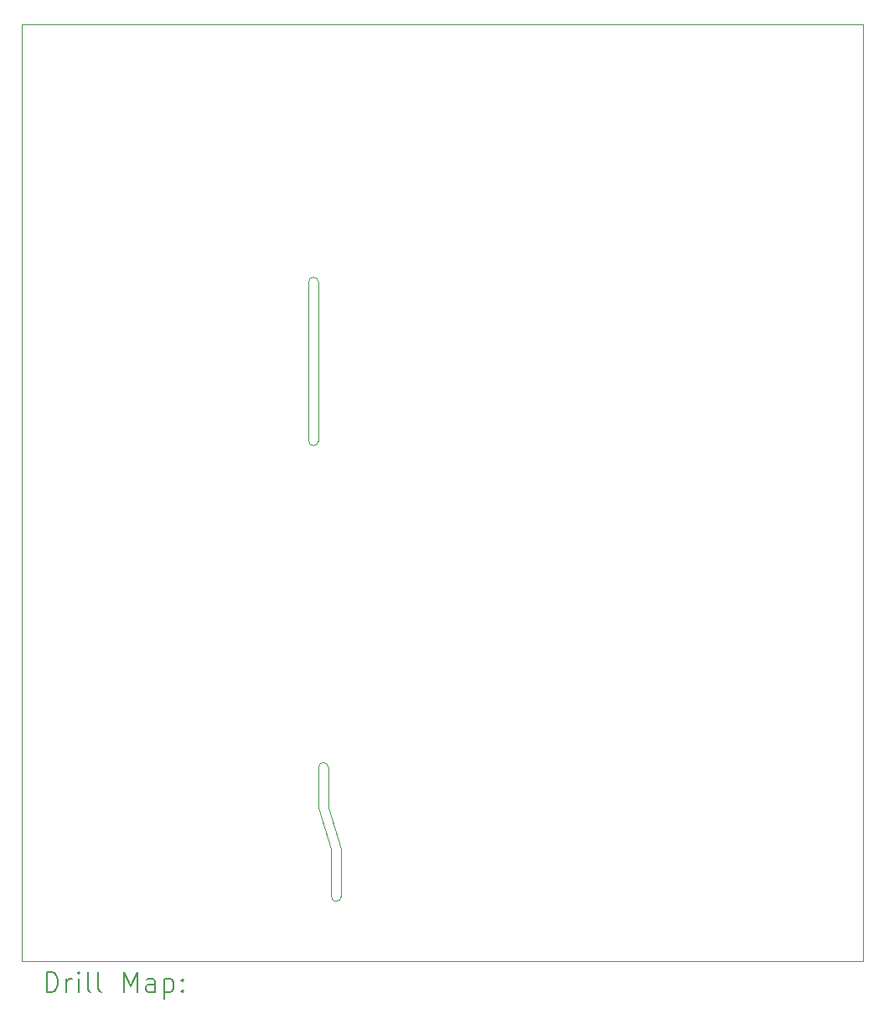
<source format=gbr>
%FSLAX45Y45*%
G04 Gerber Fmt 4.5, Leading zero omitted, Abs format (unit mm)*
G04 Created by KiCad (PCBNEW (6.0.1)) date 2023-01-03 01:15:37*
%MOMM*%
%LPD*%
G01*
G04 APERTURE LIST*
%TA.AperFunction,Profile*%
%ADD10C,0.100000*%
%TD*%
%ADD11C,0.200000*%
G04 APERTURE END LIST*
D10*
X9000000Y-8600000D02*
X9000000Y-10200000D01*
X8900000Y-10200000D02*
X8900000Y-8600000D01*
X9100000Y-13500000D02*
G75*
G03*
X9000000Y-13500000I-50000J0D01*
G01*
X14500000Y-15450000D02*
X6000000Y-15450000D01*
X6000000Y-15450000D02*
X6000000Y-6000000D01*
X6000000Y-6000000D02*
X14500000Y-6000000D01*
X14500000Y-6000000D02*
X14500000Y-15450000D01*
X9230000Y-14320000D02*
X9100000Y-13900000D01*
X9230000Y-14800000D02*
X9230000Y-14320000D01*
X9130000Y-14800000D02*
G75*
G03*
X9230000Y-14800000I50000J0D01*
G01*
X8900000Y-10200000D02*
G75*
G03*
X9000000Y-10200000I50000J0D01*
G01*
X9130000Y-14320000D02*
X9130000Y-14800000D01*
X9130000Y-14320000D02*
X9000000Y-13900000D01*
X9000000Y-13900000D02*
X9000000Y-13500000D01*
X9000000Y-8600000D02*
G75*
G03*
X8900000Y-8600000I-50000J0D01*
G01*
X9100000Y-13900000D02*
X9100000Y-13500000D01*
D11*
X6252619Y-15765476D02*
X6252619Y-15565476D01*
X6300238Y-15565476D01*
X6328809Y-15575000D01*
X6347857Y-15594048D01*
X6357381Y-15613095D01*
X6366905Y-15651190D01*
X6366905Y-15679762D01*
X6357381Y-15717857D01*
X6347857Y-15736905D01*
X6328809Y-15755952D01*
X6300238Y-15765476D01*
X6252619Y-15765476D01*
X6452619Y-15765476D02*
X6452619Y-15632143D01*
X6452619Y-15670238D02*
X6462143Y-15651190D01*
X6471667Y-15641667D01*
X6490714Y-15632143D01*
X6509762Y-15632143D01*
X6576428Y-15765476D02*
X6576428Y-15632143D01*
X6576428Y-15565476D02*
X6566905Y-15575000D01*
X6576428Y-15584524D01*
X6585952Y-15575000D01*
X6576428Y-15565476D01*
X6576428Y-15584524D01*
X6700238Y-15765476D02*
X6681190Y-15755952D01*
X6671667Y-15736905D01*
X6671667Y-15565476D01*
X6805000Y-15765476D02*
X6785952Y-15755952D01*
X6776428Y-15736905D01*
X6776428Y-15565476D01*
X7033571Y-15765476D02*
X7033571Y-15565476D01*
X7100238Y-15708333D01*
X7166905Y-15565476D01*
X7166905Y-15765476D01*
X7347857Y-15765476D02*
X7347857Y-15660714D01*
X7338333Y-15641667D01*
X7319286Y-15632143D01*
X7281190Y-15632143D01*
X7262143Y-15641667D01*
X7347857Y-15755952D02*
X7328809Y-15765476D01*
X7281190Y-15765476D01*
X7262143Y-15755952D01*
X7252619Y-15736905D01*
X7252619Y-15717857D01*
X7262143Y-15698809D01*
X7281190Y-15689286D01*
X7328809Y-15689286D01*
X7347857Y-15679762D01*
X7443095Y-15632143D02*
X7443095Y-15832143D01*
X7443095Y-15641667D02*
X7462143Y-15632143D01*
X7500238Y-15632143D01*
X7519286Y-15641667D01*
X7528809Y-15651190D01*
X7538333Y-15670238D01*
X7538333Y-15727381D01*
X7528809Y-15746428D01*
X7519286Y-15755952D01*
X7500238Y-15765476D01*
X7462143Y-15765476D01*
X7443095Y-15755952D01*
X7624048Y-15746428D02*
X7633571Y-15755952D01*
X7624048Y-15765476D01*
X7614524Y-15755952D01*
X7624048Y-15746428D01*
X7624048Y-15765476D01*
X7624048Y-15641667D02*
X7633571Y-15651190D01*
X7624048Y-15660714D01*
X7614524Y-15651190D01*
X7624048Y-15641667D01*
X7624048Y-15660714D01*
M02*

</source>
